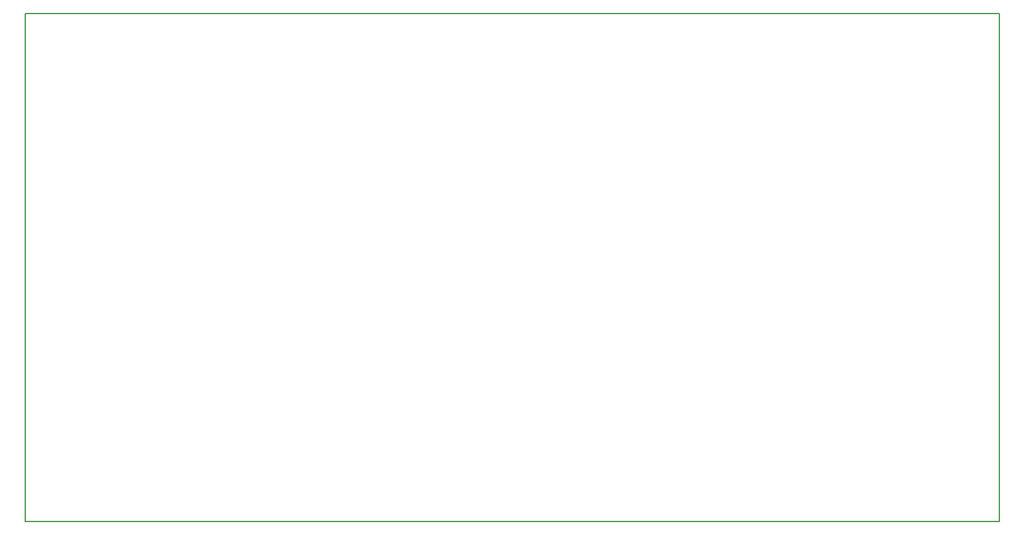
<source format=gbr>
%TF.GenerationSoftware,KiCad,Pcbnew,(6.0.4)*%
%TF.CreationDate,2024-05-03T20:26:16-07:00*%
%TF.ProjectId,right_ortholinear,72696768-745f-46f7-9274-686f6c696e65,v1.0.0*%
%TF.SameCoordinates,Original*%
%TF.FileFunction,Profile,NP*%
%FSLAX46Y46*%
G04 Gerber Fmt 4.6, Leading zero omitted, Abs format (unit mm)*
G04 Created by KiCad (PCBNEW (6.0.4)) date 2024-05-03 20:26:16*
%MOMM*%
%LPD*%
G01*
G04 APERTURE LIST*
%TA.AperFunction,Profile*%
%ADD10C,0.150000*%
%TD*%
G04 APERTURE END LIST*
D10*
X118000000Y-89500000D02*
X118000000Y-159500000D01*
X252000000Y-159500000D02*
X252000000Y-89500000D01*
X118000000Y-89500000D02*
X252000000Y-89500000D01*
X118000000Y-159500000D02*
X252000000Y-159500000D01*
M02*

</source>
